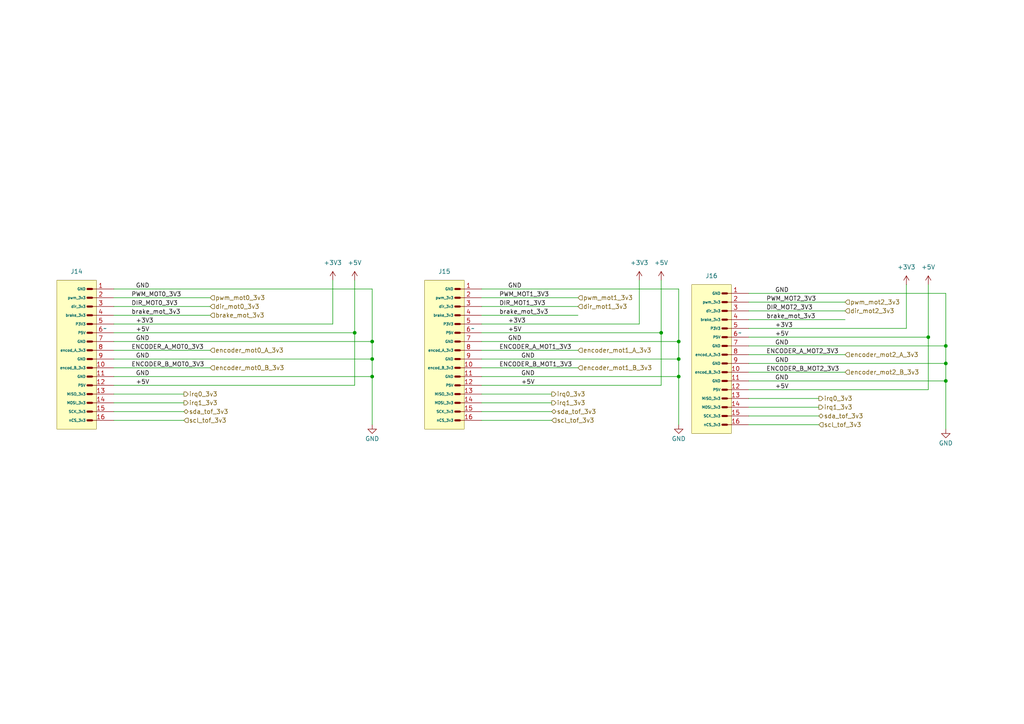
<source format=kicad_sch>
(kicad_sch (version 20231120) (generator "eeschema") (generator_version "8.0")
  (paper "A4")
  (lib_symbols
    (symbol "cocotter_connectors:unioc_motor"
      (property "Reference" "J" (at -2.032 -41.656 0))
      (symbol "unioc_motor_1_0"
        (polyline (pts (xy -5.08 -19.05) (xy -3.81 -19.05)) (stroke (width 0.6096)))
        (polyline (pts (xy -5.08 -16.51) (xy -3.81 -16.51)) (stroke (width 0.6096)))
        (polyline (pts (xy -5.08 -13.97) (xy -3.81 -13.97)) (stroke (width 0.6096)))
        (polyline (pts (xy -5.08 -11.43) (xy -3.81 -11.43)) (stroke (width 0.6096)))
        (polyline (pts (xy -5.08 -8.89) (xy -3.81 -8.89)) (stroke (width 0.6096)))
        (polyline (pts (xy -5.08 -6.35) (xy -3.81 -6.35)) (stroke (width 0.6096)))
        (polyline (pts (xy -5.08 -3.81) (xy -3.81 -3.81)) (stroke (width 0.6096)))
        (polyline (pts (xy -5.08 -1.27) (xy -3.81 -1.27)) (stroke (width 0.6096)))
        (polyline (pts (xy -5.08 1.27) (xy -3.81 1.27)) (stroke (width 0.6096)) (fill (type outline)))
        (polyline (pts (xy -5.08 3.81) (xy -3.81 3.81)) (stroke (width 0.6096)))
        (polyline (pts (xy -5.08 6.35) (xy -3.81 6.35)) (stroke (width 0.6096)))
        (polyline (pts (xy -5.08 8.89) (xy -3.81 8.89)) (stroke (width 0.6096)))
        (polyline (pts (xy -5.08 11.43) (xy -3.81 11.43)) (stroke (width 0.6096)))
        (polyline (pts (xy -5.08 13.97) (xy -3.81 13.97)) (stroke (width 0.6096)))
        (polyline (pts (xy -5.08 16.51) (xy -3.81 16.51)) (stroke (width 0.6096)))
        (polyline (pts (xy -5.08 19.05) (xy -3.81 19.05)) (stroke (width 0.6096)))
      )
      (symbol "unioc_motor_1_1"
        (rectangle (start -13.97 21.59) (end -2.54 -21.59) (stroke (width 0) (color 149 135 39 1)) (fill (type background)))
        (pin passive line (at 2.54 19.05 180) (length 7.62) (name "GND") (number "1"))
        (pin output line (at 2.54 -3.81 180) (length 7.62) (name "encod_B_3v3") (number "10"))
        (pin passive line (at 2.54 -6.35 180) (length 7.62) (name "GND") (number "11"))
        (pin power_in line (at 2.54 -8.89 180) (length 7.62) (name "P5V") (number "12"))
        (pin output line (at 2.54 -11.43 180) (length 7.62) (name "MISO_3v3") (number "13"))
        (pin input line (at 2.54 -13.97 180) (length 7.62) (name "MOSI_3v3") (number "14"))
        (pin input line (at 2.54 -16.51 180) (length 7.62) (name "SCK_3v3") (number "15"))
        (pin input line (at 2.54 -19.05 180) (length 7.62) (name "nCS_3v3") (number "16"))
        (pin input line (at 2.54 16.51 180) (length 7.62) (name "pwm_3v3") (number "2"))
        (pin input line (at 2.54 13.97 180) (length 7.62) (name "dir_3v3") (number "3"))
        (pin input line (at 2.54 11.43 180) (length 7.62) (name "brake_3v3") (number "4"))
        (pin power_in line (at 2.54 8.89 180) (length 7.62) (name "P3V3") (number "5"))
        (pin power_in line (at 2.54 6.35 180) (length 7.62) (name "P5V") (number "6"))
        (pin passive line (at 2.54 3.81 180) (length 7.62) (name "GND") (number "7"))
        (pin output line (at 2.54 1.27 180) (length 7.62) (name "encod_A_3v3") (number "8"))
        (pin passive line (at 2.54 -1.27 180) (length 7.62) (name "GND") (number "9"))
      )
    )
    (symbol "pmi_2023_specific:+3V3_m" (power) (pin_numbers hide) (pin_names (offset 0) hide)
      (property "Value" "+3V3_m" (at 0 3.556 0))
      (symbol "+3V3_m_0_1"
        (polyline (pts (xy -0.762 1.27) (xy 0 2.54)))
        (polyline (pts (xy 0 0) (xy 0 2.54)))
        (polyline (pts (xy 0 2.54) (xy 0.762 1.27)))
      )
      (symbol "+3V3_m_1_1"
        (pin power_in line (at 0 0 90) (length 0) (name "~") (number "1"))
      )
    )
    (symbol "power:+5V" (power) (pin_numbers hide) (pin_names (offset 0) hide)
      (property "Value" "+5V" (at 0 3.556 0))
      (symbol "+5V_0_1"
        (polyline (pts (xy -0.762 1.27) (xy 0 2.54)))
        (polyline (pts (xy 0 0) (xy 0 2.54)))
        (polyline (pts (xy 0 2.54) (xy 0.762 1.27)))
      )
      (symbol "+5V_1_1"
        (pin power_in line (at 0 0 90) (length 0) (name "~") (number "1"))
      )
    )
    (symbol "power:GND" (power) (pin_numbers hide) (pin_names (offset 0) hide)
      (property "Value" "GND" (at 0 -3.81 0))
      (symbol "GND_0_1"
        (polyline (pts (xy 0 0) (xy 0 -1.27) (xy 1.27 -1.27) (xy 0 -2.54) (xy -1.27 -1.27) (xy 0 -1.27)))
      )
      (symbol "GND_1_1"
        (pin power_in line (at 0 0 270) (length 0) (name "~") (number "1"))
      )
    )
  )
  (junction (at 269.24 97.79))
  (junction (at 102.87 96.52))
  (junction (at 107.95 109.22))
  (junction (at 274.32 100.33))
  (junction (at 107.95 99.06))
  (junction (at 196.85 104.14))
  (junction (at 191.77 96.52))
  (junction (at 196.85 99.06))
  (junction (at 196.85 109.22))
  (junction (at 107.95 104.14))
  (junction (at 274.32 110.49))
  (junction (at 274.32 105.41))
  (wire (pts (xy 217.17 115.57) (xy 237.49 115.57)) (stroke (width 0.1524)))
  (wire (pts (xy 139.7 91.44) (xy 167.64 91.44)) (stroke (width 0.1524)))
  (wire (pts (xy 139.7 111.76) (xy 191.77 111.76)) (stroke (width 0.1524)))
  (wire (pts (xy 274.32 110.49) (xy 274.32 124.46)) (stroke (width 0.1524)))
  (wire (pts (xy 196.85 104.14) (xy 196.85 109.22)) (stroke (width 0.1524)))
  (wire (pts (xy 102.87 96.52) (xy 102.87 81.28)) (stroke (width 0.1524)))
  (wire (pts (xy 217.17 87.63) (xy 245.11 87.63)) (stroke (width 0.1524)))
  (wire (pts (xy 33.02 93.98) (xy 96.52 93.98)) (stroke (width 0.1524)))
  (wire (pts (xy 139.7 96.52) (xy 191.77 96.52)) (stroke (width 0.1524)))
  (wire (pts (xy 33.02 116.84) (xy 53.34 116.84)) (stroke (width 0.1524)))
  (wire (pts (xy 33.02 121.92) (xy 53.34 121.92)) (stroke (width 0.1524)))
  (wire (pts (xy 217.17 95.25) (xy 262.89 95.25)))
  (wire (pts (xy 139.7 116.84) (xy 160.02 116.84)) (stroke (width 0.1524)))
  (wire (pts (xy 196.85 109.22) (xy 196.85 123.19)) (stroke (width 0.1524)))
  (wire (pts (xy 139.7 86.36) (xy 167.64 86.36)) (stroke (width 0.1524)))
  (wire (pts (xy 33.02 96.52) (xy 102.87 96.52)) (stroke (width 0.1524)))
  (wire (pts (xy 274.32 105.41) (xy 274.32 110.49)) (stroke (width 0.1524)))
  (wire (pts (xy 33.02 111.76) (xy 102.87 111.76)) (stroke (width 0.1524)))
  (wire (pts (xy 262.89 95.25) (xy 262.89 82.55)) (stroke (width 0.1524)))
  (wire (pts (xy 217.17 113.03) (xy 269.24 113.03)) (stroke (width 0.1524)))
  (wire (pts (xy 269.24 97.79) (xy 269.24 82.55)) (stroke (width 0.1524)))
  (wire (pts (xy 33.02 104.14) (xy 107.95 104.14)) (stroke (width 0.1524)))
  (wire (pts (xy 217.17 100.33) (xy 274.32 100.33)) (stroke (width 0.1524)))
  (wire (pts (xy 217.17 90.17) (xy 245.11 90.17)) (stroke (width 0.1524)))
  (wire (pts (xy 107.95 83.82) (xy 107.95 99.06)) (stroke (width 0.1524)))
  (wire (pts (xy 185.42 93.98) (xy 185.42 81.28)) (stroke (width 0.1524)))
  (wire (pts (xy 139.7 119.38) (xy 160.02 119.38)) (stroke (width 0.1524)))
  (wire (pts (xy 33.02 101.6) (xy 60.96 101.6)) (stroke (width 0.1524)))
  (wire (pts (xy 269.24 113.03) (xy 269.24 97.79)) (stroke (width 0.1524)))
  (wire (pts (xy 33.02 86.36) (xy 60.96 86.36)) (stroke (width 0.1524)))
  (wire (pts (xy 139.7 121.92) (xy 160.02 121.92)) (stroke (width 0.1524)))
  (wire (pts (xy 191.77 111.76) (xy 191.77 96.52)) (stroke (width 0.1524)))
  (wire (pts (xy 107.95 104.14) (xy 107.95 109.22)) (stroke (width 0.1524)))
  (wire (pts (xy 96.52 93.98) (xy 96.52 81.28)) (stroke (width 0.1524)))
  (wire (pts (xy 196.85 99.06) (xy 196.85 104.14)) (stroke (width 0.1524)))
  (wire (pts (xy 33.02 99.06) (xy 107.95 99.06)) (stroke (width 0.1524)))
  (wire (pts (xy 139.7 109.22) (xy 196.85 109.22)) (stroke (width 0.1524)))
  (wire (pts (xy 33.02 106.68) (xy 60.96 106.68)) (stroke (width 0.1524)))
  (wire (pts (xy 139.7 99.06) (xy 196.85 99.06)) (stroke (width 0.1524)))
  (wire (pts (xy 274.32 85.09) (xy 274.32 100.33)) (stroke (width 0.1524)))
  (wire (pts (xy 217.17 120.65) (xy 237.49 120.65)) (stroke (width 0.1524)))
  (wire (pts (xy 139.7 101.6) (xy 167.64 101.6)) (stroke (width 0.1524)))
  (wire (pts (xy 139.7 88.9) (xy 167.64 88.9)) (stroke (width 0.1524)))
  (wire (pts (xy 217.17 102.87) (xy 245.11 102.87)) (stroke (width 0.1524)))
  (wire (pts (xy 217.17 105.41) (xy 274.32 105.41)) (stroke (width 0.1524)))
  (wire (pts (xy 107.95 109.22) (xy 107.95 123.19)) (stroke (width 0.1524)))
  (wire (pts (xy 33.02 88.9) (xy 60.96 88.9)) (stroke (width 0.1524)))
  (wire (pts (xy 139.7 93.98) (xy 185.42 93.98)) (stroke (width 0.1524)))
  (wire (pts (xy 217.17 85.09) (xy 274.32 85.09)) (stroke (width 0.1524)))
  (wire (pts (xy 139.7 83.82) (xy 196.85 83.82)) (stroke (width 0.1524)))
  (wire (pts (xy 217.17 118.11) (xy 237.49 118.11)) (stroke (width 0.1524)))
  (wire (pts (xy 33.02 109.22) (xy 107.95 109.22)) (stroke (width 0.1524)))
  (wire (pts (xy 196.85 83.82) (xy 196.85 99.06)) (stroke (width 0.1524)))
  (wire (pts (xy 107.95 99.06) (xy 107.95 104.14)) (stroke (width 0.1524)))
  (wire (pts (xy 33.02 91.44) (xy 60.96 91.44)) (stroke (width 0.1524)))
  (wire (pts (xy 139.7 114.3) (xy 160.02 114.3)) (stroke (width 0.1524)))
  (wire (pts (xy 139.7 106.68) (xy 167.64 106.68)) (stroke (width 0.1524)))
  (wire (pts (xy 191.77 96.52) (xy 191.77 81.28)) (stroke (width 0.1524)))
  (wire (pts (xy 217.17 92.71) (xy 245.11 92.71)) (stroke (width 0.1524)))
  (wire (pts (xy 217.17 123.19) (xy 237.49 123.19)) (stroke (width 0.1524)))
  (wire (pts (xy 139.7 104.14) (xy 196.85 104.14)) (stroke (width 0.1524)))
  (wire (pts (xy 274.32 100.33) (xy 274.32 105.41)) (stroke (width 0.1524)))
  (wire (pts (xy 217.17 110.49) (xy 274.32 110.49)) (stroke (width 0.1524)))
  (wire (pts (xy 33.02 83.82) (xy 107.95 83.82)) (stroke (width 0.1524)))
  (wire (pts (xy 33.02 114.3) (xy 53.34 114.3)) (stroke (width 0.1524)))
  (wire (pts (xy 33.02 119.38) (xy 53.34 119.38)) (stroke (width 0.1524)))
  (wire (pts (xy 102.87 111.76) (xy 102.87 96.52)) (stroke (width 0.1524)))
  (wire (pts (xy 217.17 97.79) (xy 269.24 97.79)) (stroke (width 0.1524)))
  (wire (pts (xy 217.17 107.95) (xy 245.11 107.95)) (stroke (width 0.1524)))
  (label "+3V3" (at 39.37 93.98 0) (effects (font (size 1.2446 1.2446))))
  (label "+5V" (at 224.79 113.03 0) (effects (font (size 1.2446 1.2446))))
  (label "GND" (at 151.13 109.22 0) (effects (font (size 1.2446 1.2446))))
  (label "+5V" (at 147.32 96.52 0) (effects (font (size 1.2446 1.2446))))
  (label "GND" (at 224.79 105.41 0) (effects (font (size 1.2446 1.2446))))
  (label "PWM_MOT2_3V3" (at 222.25 87.63 0) (effects (font (size 1.2446 1.2446))))
  (label "GND" (at 147.32 83.82 0) (effects (font (size 1.2446 1.2446))))
  (label "GND" (at 39.37 99.06 0) (effects (font (size 1.2446 1.2446))))
  (label "ENCODER_B_MOT1_3V3" (at 144.78 106.68 0) (effects (font (size 1.2446 1.2446))))
  (label "GND" (at 39.37 104.14 0) (effects (font (size 1.2446 1.2446))))
  (label "ENCODER_B_MOT2_3V3" (at 222.25 107.95 0) (effects (font (size 1.2446 1.2446))))
  (label "+5V" (at 151.13 111.76 0) (effects (font (size 1.2446 1.2446))))
  (label "brake_mot_3v3" (at 222.25 92.71 0))
  (label "DIR_MOT2_3V3" (at 222.25 90.17 0) (effects (font (size 1.2446 1.2446))))
  (label "ENCODER_A_MOT1_3V3" (at 144.78 101.6 0) (effects (font (size 1.2446 1.2446))))
  (label "brake_mot_3v3" (at 38.1 91.44 0))
  (label "brake_mot_3v3" (at 144.78 91.44 0))
  (label "GND" (at 224.79 110.49 0) (effects (font (size 1.2446 1.2446))))
  (label "ENCODER_A_MOT2_3V3" (at 222.25 102.87 0) (effects (font (size 1.2446 1.2446))))
  (label "GND" (at 39.37 109.22 0) (effects (font (size 1.2446 1.2446))))
  (label "GND" (at 39.37 83.82 0) (effects (font (size 1.2446 1.2446))))
  (label "ENCODER_B_MOT0_3V3" (at 38.1 106.68 0) (effects (font (size 1.2446 1.2446))))
  (label "GND" (at 147.32 99.06 0) (effects (font (size 1.2446 1.2446))))
  (label "ENCODER_A_MOT0_3V3" (at 38.1 101.6 0) (effects (font (size 1.2446 1.2446))))
  (label "PWM_MOT0_3V3" (at 38.1 86.36 0) (effects (font (size 1.2446 1.2446))))
  (label "PWM_MOT1_3V3" (at 144.78 86.36 0) (effects (font (size 1.2446 1.2446))))
  (label "+3V3" (at 224.79 95.25 0) (effects (font (size 1.2446 1.2446))))
  (label "+3V3" (at 147.32 93.98 0) (effects (font (size 1.2446 1.2446))))
  (label "DIR_MOT1_3V3" (at 144.78 88.9 0) (effects (font (size 1.2446 1.2446))))
  (label "+5V" (at 39.37 111.76 0) (effects (font (size 1.2446 1.2446))))
  (label "DIR_MOT0_3V3" (at 38.1 88.9 0) (effects (font (size 1.2446 1.2446))))
  (label "GND" (at 224.79 85.09 0) (effects (font (size 1.2446 1.2446))))
  (label "GND" (at 151.13 104.14 0) (effects (font (size 1.2446 1.2446))))
  (label "GND" (at 224.79 100.33 0) (effects (font (size 1.2446 1.2446))))
  (label "+5V" (at 224.79 97.79 0) (effects (font (size 1.2446 1.2446))))
  (label "+5V" (at 39.37 96.52 0) (effects (font (size 1.2446 1.2446))))
  (hierarchical_label "encoder_mot1_A_3v3" (shape input) (at 167.64 101.6 0))
  (hierarchical_label "encoder_mot1_B_3v3" (shape input) (at 167.64 106.68 0))
  (hierarchical_label "dir_mot2_3v3" (shape input) (at 245.11 90.17 0))
  (hierarchical_label "encoder_mot2_A_3v3" (shape input) (at 245.11 102.87 0))
  (hierarchical_label "brake_mot_3v3" (shape input) (at 60.96 91.44 0))
  (hierarchical_label "sda_tof_3v3" (shape bidirectional) (at 53.34 119.38 0))
  (hierarchical_label "dir_mot1_3v3" (shape input) (at 167.64 88.9 0))
  (hierarchical_label "encoder_mot0_A_3v3" (shape input) (at 60.96 101.6 0))
  (hierarchical_label "pwm_mot0_3v3" (shape input) (at 60.96 86.36 0))
  (hierarchical_label "irq1_3v3" (shape output) (at 160.02 116.84 0))
  (hierarchical_label "scl_tof_3v3" (shape input) (at 53.34 121.92 0))
  (hierarchical_label "irq0_3v3" (shape output) (at 160.02 114.3 0))
  (hierarchical_label "irq0_3v3" (shape output) (at 237.49 115.57 0))
  (hierarchical_label "pwm_mot1_3v3" (shape input) (at 167.64 86.36 0))
  (hierarchical_label "encoder_mot0_B_3v3" (shape input) (at 60.96 106.68 0))
  (hierarchical_label "sda_tof_3v3" (shape bidirectional) (at 160.02 119.38 0))
  (hierarchical_label "sda_tof_3v3" (shape bidirectional) (at 237.49 120.65 0))
  (hierarchical_label "scl_tof_3v3" (shape input) (at 160.02 121.92 0))
  (hierarchical_label "encoder_mot2_B_3v3" (shape input) (at 245.11 107.95 0))
  (hierarchical_label "pwm_mot2_3v3" (shape input) (at 245.11 87.63 0))
  (hierarchical_label "dir_mot0_3v3" (shape input) (at 60.96 88.9 0))
  (hierarchical_label "scl_tof_3v3" (shape input) (at 237.49 123.19 0))
  (hierarchical_label "irq0_3v3" (shape output) (at 53.34 114.3 0))
  (hierarchical_label "irq1_3v3" (shape output) (at 237.49 118.11 0))
  (hierarchical_label "irq1_3v3" (shape output) (at 53.34 116.84 0))
  (symbol (lib_id "cocotter_connectors:unioc_motor") (at 214.63 104.14 0) (unit 1)
    (property "Reference" "J16" (at 206.375 80.01 0))
    (property "Value" "~" (at 214.63 96.52 0))
    (property "Footprint" "cocotter_connectors:1-188275-6" (effects (hide yes)))
    (property "Description" "micromatch 16 voies, cms , 1-188275-6" (effects (hide yes)))
  )
  (symbol (lib_id "cocotter_connectors:unioc_motor") (at 137.16 102.87 0) (unit 1)
    (property "Reference" "J15" (at 128.905 78.74 0))
    (property "Value" "~" (at 137.16 95.25 0))
    (property "Footprint" "cocotter_connectors:1-188275-6" (effects (hide yes)))
    (property "Description" "micromatch 16 voies, cms , 1-188275-6" (effects (hide yes)))
  )
  (symbol (lib_id "power:+5V") (at 102.87 81.28 0) (unit 1)
    (property "Reference" "#PWR85" (effects (hide yes)))
    (property "Value" "+5V" (at 102.87 76.2 0))
    (property "Description" "Power symbol creates a global label with name \"+5V\"" (effects (hide yes)))
  )
  (symbol (lib_id "power:+5V") (at 269.24 82.55 0) (unit 1)
    (property "Reference" "#PWR91" (effects (hide yes)))
    (property "Value" "+5V" (at 269.24 77.47 0))
    (property "Description" "Power symbol creates a global label with name \"+5V\"" (effects (hide yes)))
  )
  (symbol (lib_id "power:+5V") (at 191.77 81.28 0) (unit 1)
    (property "Reference" "#PWR88" (effects (hide yes)))
    (property "Value" "+5V" (at 191.77 76.2 0))
    (property "Description" "Power symbol creates a global label with name \"+5V\"" (effects (hide yes)))
  )
  (symbol (lib_id "cocotter_connectors:unioc_motor") (at 30.48 102.87 0) (unit 1)
    (property "Reference" "J14" (at 22.225 78.74 0))
    (property "Value" "~" (at 30.48 95.25 0))
    (property "Footprint" "cocotter_connectors:1-188275-6" (effects (hide yes)))
    (property "Description" "micromatch 16 voies, cms , 1-188275-6" (effects (hide yes)))
  )
  (symbol (lib_id "power:GND") (at 107.95 123.19 0) (unit 1)
    (property "Reference" "#PWR86" (effects (hide yes)))
    (property "Value" "GND" (at 107.95 127.254 0))
    (property "Description" "Power symbol creates a global label with name \"GND\" , ground" (effects (hide yes)))
  )
  (symbol (lib_id "power:GND") (at 196.85 123.19 0) (unit 1)
    (property "Reference" "#PWR89" (effects (hide yes)))
    (property "Value" "GND" (at 196.85 127.254 0))
    (property "Description" "Power symbol creates a global label with name \"GND\" , ground" (effects (hide yes)))
  )
  (symbol (lib_id "pmi_2023_specific:+3V3_m") (at 96.52 81.28 0) (unit 1)
    (property "Reference" "#PWR84" (effects (hide yes)))
    (property "Value" "+3V3" (at 96.52 76.2 0))
    (property "Description" "Power symbol creates a global label with name \"+3V3_m\"" (effects (hide yes)))
  )
  (symbol (lib_id "power:GND") (at 274.32 124.46 0) (unit 1)
    (property "Reference" "#PWR92" (effects (hide yes)))
    (property "Value" "GND" (at 274.32 128.524 0))
    (property "Description" "Power symbol creates a global label with name \"GND\" , ground" (effects (hide yes)))
  )
  (symbol (lib_id "pmi_2023_specific:+3V3_m") (at 185.42 81.28 0) (unit 1)
    (property "Reference" "#PWR87" (effects (hide yes)))
    (property "Value" "+3V3" (at 185.42 76.2 0))
    (property "Description" "Power symbol creates a global label with name \"+3V3_m\"" (effects (hide yes)))
  )
  (symbol (lib_id "pmi_2023_specific:+3V3_m") (at 262.89 82.55 0) (unit 1)
    (property "Reference" "#PWR90" (effects (hide yes)))
    (property "Value" "+3V3" (at 262.89 77.47 0))
    (property "Description" "Power symbol creates a global label with name \"+3V3_m\"" (effects (hide yes)))
  )
)
</source>
